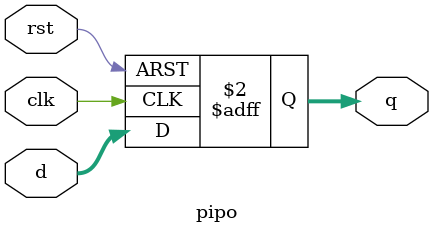
<source format=v>
`timescale 1ns / 1ps


module pipo#(parameter N=4)
(input clk,rst,
input [N-1:0]d,
output  reg [N-1:0]q);
always@(posedge clk or posedge rst)begin
if(rst)
q<=0;
else
q<=d;
end
endmodule

</source>
